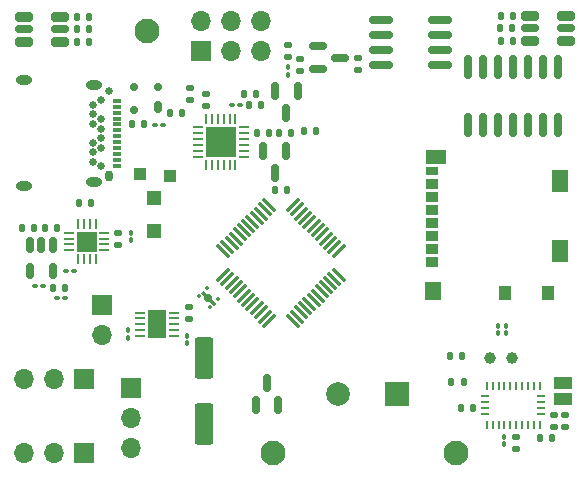
<source format=gbr>
%TF.GenerationSoftware,KiCad,Pcbnew,8.0.4*%
%TF.CreationDate,2024-11-08T09:04:55-08:00*%
%TF.ProjectId,Vanguard_new,56616e67-7561-4726-945f-6e65772e6b69,rev?*%
%TF.SameCoordinates,Original*%
%TF.FileFunction,Soldermask,Top*%
%TF.FilePolarity,Negative*%
%FSLAX46Y46*%
G04 Gerber Fmt 4.6, Leading zero omitted, Abs format (unit mm)*
G04 Created by KiCad (PCBNEW 8.0.4) date 2024-11-08 09:04:55*
%MOMM*%
%LPD*%
G01*
G04 APERTURE LIST*
G04 Aperture macros list*
%AMRoundRect*
0 Rectangle with rounded corners*
0 $1 Rounding radius*
0 $2 $3 $4 $5 $6 $7 $8 $9 X,Y pos of 4 corners*
0 Add a 4 corners polygon primitive as box body*
4,1,4,$2,$3,$4,$5,$6,$7,$8,$9,$2,$3,0*
0 Add four circle primitives for the rounded corners*
1,1,$1+$1,$2,$3*
1,1,$1+$1,$4,$5*
1,1,$1+$1,$6,$7*
1,1,$1+$1,$8,$9*
0 Add four rect primitives between the rounded corners*
20,1,$1+$1,$2,$3,$4,$5,0*
20,1,$1+$1,$4,$5,$6,$7,0*
20,1,$1+$1,$6,$7,$8,$9,0*
20,1,$1+$1,$8,$9,$2,$3,0*%
%AMFreePoly0*
4,1,13,0.320000,0.125000,0.700000,0.125000,0.700000,-0.125000,0.320000,-0.125000,0.200000,-0.350000,-0.200000,-0.350000,-0.320000,-0.125000,-0.850000,-0.125000,-0.850000,0.125000,-0.320000,0.125000,-0.200000,0.350000,0.200000,0.350000,0.320000,0.125000,0.320000,0.125000,$1*%
G04 Aperture macros list end*
%ADD10RoundRect,0.100000X0.100000X-0.130000X0.100000X0.130000X-0.100000X0.130000X-0.100000X-0.130000X0*%
%ADD11C,0.650000*%
%ADD12O,0.650000X0.950000*%
%ADD13R,0.700000X0.300000*%
%ADD14O,1.400000X0.800000*%
%ADD15RoundRect,0.135000X-0.185000X0.135000X-0.185000X-0.135000X0.185000X-0.135000X0.185000X0.135000X0*%
%ADD16RoundRect,0.150000X-0.825000X-0.150000X0.825000X-0.150000X0.825000X0.150000X-0.825000X0.150000X0*%
%ADD17C,2.100000*%
%ADD18RoundRect,0.135000X0.135000X0.185000X-0.135000X0.185000X-0.135000X-0.185000X0.135000X-0.185000X0*%
%ADD19RoundRect,0.100000X-0.130000X-0.100000X0.130000X-0.100000X0.130000X0.100000X-0.130000X0.100000X0*%
%ADD20R,1.000000X1.000000*%
%ADD21RoundRect,0.135000X0.185000X-0.135000X0.185000X0.135000X-0.185000X0.135000X-0.185000X-0.135000X0*%
%ADD22RoundRect,0.135000X-0.135000X-0.185000X0.135000X-0.185000X0.135000X0.185000X-0.135000X0.185000X0*%
%ADD23RoundRect,0.075000X-0.415425X-0.521491X0.521491X0.415425X0.415425X0.521491X-0.521491X-0.415425X0*%
%ADD24RoundRect,0.075000X0.415425X-0.521491X0.521491X-0.415425X-0.415425X0.521491X-0.521491X0.415425X0*%
%ADD25R,1.700000X1.700000*%
%ADD26O,1.700000X1.700000*%
%ADD27RoundRect,0.175000X0.175000X0.325000X-0.175000X0.325000X-0.175000X-0.325000X0.175000X-0.325000X0*%
%ADD28RoundRect,0.150000X0.200000X0.150000X-0.200000X0.150000X-0.200000X-0.150000X0.200000X-0.150000X0*%
%ADD29RoundRect,0.160000X-0.565000X-0.240000X0.565000X-0.240000X0.565000X0.240000X-0.565000X0.240000X0*%
%ADD30RoundRect,0.120000X-0.605000X-0.180000X0.605000X-0.180000X0.605000X0.180000X-0.605000X0.180000X0*%
%ADD31RoundRect,0.062500X0.123744X-0.035355X-0.035355X0.123744X-0.123744X0.035355X0.035355X-0.123744X0*%
%ADD32FreePoly0,135.000000*%
%ADD33R,0.254000X0.675000*%
%ADD34R,0.675000X0.254000*%
%ADD35RoundRect,0.150000X-0.150000X0.587500X-0.150000X-0.587500X0.150000X-0.587500X0.150000X0.587500X0*%
%ADD36R,1.100000X0.850000*%
%ADD37R,1.100000X0.750000*%
%ADD38R,1.000000X1.200000*%
%ADD39R,1.350000X1.550000*%
%ADD40R,1.350000X1.900000*%
%ADD41R,1.800000X1.170000*%
%ADD42RoundRect,0.100000X-0.100000X0.130000X-0.100000X-0.130000X0.100000X-0.130000X0.100000X0.130000X0*%
%ADD43RoundRect,0.062500X-0.062500X0.350000X-0.062500X-0.350000X0.062500X-0.350000X0.062500X0.350000X0*%
%ADD44RoundRect,0.062500X-0.350000X0.062500X-0.350000X-0.062500X0.350000X-0.062500X0.350000X0.062500X0*%
%ADD45C,1.000000*%
%ADD46RoundRect,0.150000X-0.150000X0.512500X-0.150000X-0.512500X0.150000X-0.512500X0.150000X0.512500X0*%
%ADD47R,1.500000X1.000000*%
%ADD48RoundRect,0.150000X-0.150000X0.825000X-0.150000X-0.825000X0.150000X-0.825000X0.150000X0.825000X0*%
%ADD49RoundRect,0.147500X-0.172500X0.147500X-0.172500X-0.147500X0.172500X-0.147500X0.172500X0.147500X0*%
%ADD50RoundRect,0.150000X-0.587500X-0.150000X0.587500X-0.150000X0.587500X0.150000X-0.587500X0.150000X0*%
%ADD51R,1.200000X1.200000*%
%ADD52RoundRect,0.150000X0.150000X-0.587500X0.150000X0.587500X-0.150000X0.587500X-0.150000X-0.587500X0*%
%ADD53RoundRect,0.160000X0.565000X0.240000X-0.565000X0.240000X-0.565000X-0.240000X0.565000X-0.240000X0*%
%ADD54RoundRect,0.120000X0.605000X0.180000X-0.605000X0.180000X-0.605000X-0.180000X0.605000X-0.180000X0*%
%ADD55RoundRect,0.062500X0.362500X0.062500X-0.362500X0.062500X-0.362500X-0.062500X0.362500X-0.062500X0*%
%ADD56R,1.650000X2.380000*%
%ADD57RoundRect,0.062500X0.062500X-0.350000X0.062500X0.350000X-0.062500X0.350000X-0.062500X-0.350000X0*%
%ADD58RoundRect,0.062500X0.350000X-0.062500X0.350000X0.062500X-0.350000X0.062500X-0.350000X-0.062500X0*%
%ADD59R,2.600000X2.600000*%
%ADD60R,2.000000X2.000000*%
%ADD61C,2.000000*%
%ADD62RoundRect,0.100000X0.130000X0.100000X-0.130000X0.100000X-0.130000X-0.100000X0.130000X-0.100000X0*%
%ADD63RoundRect,0.250000X-0.550000X1.500000X-0.550000X-1.500000X0.550000X-1.500000X0.550000X1.500000X0*%
G04 APERTURE END LIST*
D10*
%TO.C,D3*%
X166790000Y-99937500D03*
X166790000Y-99297500D03*
%TD*%
D11*
%TO.C,J1*%
X151590000Y-101317500D03*
D12*
X151590000Y-108517500D03*
D13*
X152250000Y-102167500D03*
X152250000Y-102667500D03*
X152250000Y-103167500D03*
X152250000Y-103667500D03*
X152250000Y-104167500D03*
X152250000Y-104667500D03*
X152250000Y-105167500D03*
X152250000Y-105667500D03*
X152250000Y-106167500D03*
X152250000Y-106667500D03*
X152250000Y-107167500D03*
X152250000Y-107667500D03*
D11*
X150940000Y-107717500D03*
X150240000Y-107317500D03*
X150240000Y-106517500D03*
X150940000Y-106117500D03*
X150240000Y-105717500D03*
X150940000Y-105317500D03*
X150940000Y-104517500D03*
X150240000Y-104117500D03*
X150940000Y-103717500D03*
X150240000Y-103317500D03*
X150240000Y-102517500D03*
X150940000Y-102117500D03*
D14*
X144390000Y-100427500D03*
X150340000Y-100787500D03*
X150340000Y-109047500D03*
X144390000Y-109407500D03*
%TD*%
D15*
%TO.C,R11*%
X159820000Y-101597500D03*
X159820000Y-102617500D03*
%TD*%
D16*
%TO.C,U3*%
X174670000Y-95280000D03*
X174670000Y-96550000D03*
X174670000Y-97820000D03*
X174670000Y-99090000D03*
X179620000Y-99090000D03*
X179620000Y-97820000D03*
X179620000Y-96550000D03*
X179620000Y-95280000D03*
%TD*%
D17*
%TO.C,REF\u002A\u002A*%
X154800000Y-96210000D03*
%TD*%
D18*
%TO.C,R27*%
X149940000Y-95060000D03*
X148920000Y-95060000D03*
%TD*%
D19*
%TO.C,D5*%
X147205000Y-118832500D03*
X147845000Y-118832500D03*
%TD*%
D20*
%TO.C,TP2*%
X154250000Y-108317500D03*
%TD*%
D21*
%TO.C,R13*%
X172660000Y-99527500D03*
X172660000Y-98507500D03*
%TD*%
D22*
%TO.C,R19*%
X188122500Y-130700000D03*
X189142500Y-130700000D03*
%TD*%
D18*
%TO.C,R16*%
X145285000Y-112952500D03*
X144265000Y-112952500D03*
%TD*%
%TO.C,R5*%
X165160000Y-104917500D03*
X164140000Y-104917500D03*
%TD*%
D23*
%TO.C,U2*%
X161282124Y-116888788D03*
X161635678Y-117242342D03*
X161989231Y-117595895D03*
X162342785Y-117949449D03*
X162696338Y-118303002D03*
X163049891Y-118656555D03*
X163403445Y-119010109D03*
X163756998Y-119363662D03*
X164110551Y-119717215D03*
X164464105Y-120070769D03*
X164817658Y-120424322D03*
X165171212Y-120777876D03*
D24*
X167168788Y-120777876D03*
X167522342Y-120424322D03*
X167875895Y-120070769D03*
X168229449Y-119717215D03*
X168583002Y-119363662D03*
X168936555Y-119010109D03*
X169290109Y-118656555D03*
X169643662Y-118303002D03*
X169997215Y-117949449D03*
X170350769Y-117595895D03*
X170704322Y-117242342D03*
X171057876Y-116888788D03*
D23*
X171057876Y-114891212D03*
X170704322Y-114537658D03*
X170350769Y-114184105D03*
X169997215Y-113830551D03*
X169643662Y-113476998D03*
X169290109Y-113123445D03*
X168936555Y-112769891D03*
X168583002Y-112416338D03*
X168229449Y-112062785D03*
X167875895Y-111709231D03*
X167522342Y-111355678D03*
X167168788Y-111002124D03*
D24*
X165171212Y-111002124D03*
X164817658Y-111355678D03*
X164464105Y-111709231D03*
X164110551Y-112062785D03*
X163756998Y-112416338D03*
X163403445Y-112769891D03*
X163049891Y-113123445D03*
X162696338Y-113476998D03*
X162342785Y-113830551D03*
X161989231Y-114184105D03*
X161635678Y-114537658D03*
X161282124Y-114891212D03*
%TD*%
D19*
%TO.C,D2*%
X162027500Y-102557500D03*
X162667500Y-102557500D03*
%TD*%
D22*
%TO.C,R21*%
X180610000Y-125950000D03*
X181630000Y-125950000D03*
%TD*%
%TO.C,R22*%
X180470000Y-123770000D03*
X181490000Y-123770000D03*
%TD*%
D25*
%TO.C,J2*%
X159365000Y-97962500D03*
D26*
X159365000Y-95422500D03*
X161905000Y-97962500D03*
X161905000Y-95422500D03*
X164445000Y-97962500D03*
X164445000Y-95422500D03*
%TD*%
D18*
%TO.C,R15*%
X147175000Y-112952500D03*
X146155000Y-112952500D03*
%TD*%
D27*
%TO.C,D1*%
X155720000Y-102727500D03*
D28*
X155720000Y-101027500D03*
X153720000Y-101027500D03*
X153720000Y-102927500D03*
%TD*%
D17*
%TO.C,REF\u002A\u002A*%
X165500000Y-132000000D03*
%TD*%
D29*
%TO.C,PORTSIDE_RGB1*%
X187230000Y-94980000D03*
D30*
X187230000Y-96030000D03*
D29*
X187230000Y-97080000D03*
X190280000Y-97080000D03*
D30*
X190280000Y-96030000D03*
D29*
X190280000Y-94980000D03*
%TD*%
D18*
%TO.C,R29*%
X185775000Y-96030000D03*
X184755000Y-96030000D03*
%TD*%
D25*
%TO.C,J7*%
X153460000Y-126440000D03*
D26*
X153460000Y-128980000D03*
X153460000Y-131520000D03*
%TD*%
D18*
%TO.C,R9*%
X164077500Y-101617500D03*
X163057500Y-101617500D03*
%TD*%
D31*
%TO.C,U5*%
X160153744Y-119650850D03*
D32*
X160030000Y-118820000D03*
D31*
X160860850Y-118943744D03*
X159906256Y-117989150D03*
X159199150Y-118696256D03*
%TD*%
D22*
%TO.C,R17*%
X146835000Y-117992500D03*
X147855000Y-117992500D03*
%TD*%
D33*
%TO.C,U6*%
X183592500Y-126267500D03*
D34*
X183455000Y-127180000D03*
X183455000Y-127680000D03*
X183455000Y-128180000D03*
X183455000Y-128680000D03*
D33*
X183592500Y-129592500D03*
X184092500Y-129592500D03*
X184592500Y-129592500D03*
X185092500Y-129592500D03*
X185592500Y-129592500D03*
X186092500Y-129592500D03*
X186592500Y-129592500D03*
X187092500Y-129592500D03*
X187592500Y-129592500D03*
X188092500Y-129592500D03*
D34*
X188230000Y-128680000D03*
X188230000Y-128180000D03*
X188230000Y-127680000D03*
X188230000Y-127180000D03*
D33*
X188092500Y-126267500D03*
X187592500Y-126267500D03*
X187092500Y-126267500D03*
X186592500Y-126267500D03*
X186092500Y-126267500D03*
X185592500Y-126267500D03*
X185092500Y-126267500D03*
X184592500Y-126267500D03*
X184092500Y-126267500D03*
%TD*%
D15*
%TO.C,R3*%
X166790000Y-97442500D03*
X166790000Y-98462500D03*
%TD*%
D10*
%TO.C,C3*%
X184522500Y-121857500D03*
X184522500Y-121217500D03*
%TD*%
D35*
%TO.C,Q3*%
X167582500Y-101350000D03*
X165682500Y-101350000D03*
X166632500Y-103225000D03*
%TD*%
D36*
%TO.C,J3*%
X178960000Y-115775000D03*
X178960000Y-114675000D03*
X178960000Y-113575000D03*
X178960000Y-112475000D03*
X178960000Y-111375000D03*
X178960000Y-110275000D03*
X178960000Y-109175000D03*
D37*
X178960000Y-108125000D03*
D38*
X185110000Y-118410000D03*
X188810000Y-118410000D03*
D39*
X179085000Y-118235000D03*
D40*
X189785000Y-114910000D03*
X189785000Y-108940000D03*
D41*
X179310000Y-106915000D03*
%TD*%
D42*
%TO.C,C9*%
X158207500Y-122065000D03*
X158207500Y-122705000D03*
%TD*%
D43*
%TO.C,U9*%
X150480000Y-112615000D03*
X149980000Y-112615000D03*
X149480000Y-112615000D03*
X148980000Y-112615000D03*
D44*
X148267500Y-113327500D03*
X148267500Y-113827500D03*
X148267500Y-114327500D03*
X148267500Y-114827500D03*
D43*
X148980000Y-115540000D03*
X149480000Y-115540000D03*
X149980000Y-115540000D03*
X150480000Y-115540000D03*
D44*
X151192500Y-114827500D03*
X151192500Y-114327500D03*
X151192500Y-113827500D03*
X151192500Y-113327500D03*
D25*
X149730000Y-114077500D03*
%TD*%
D15*
%TO.C,R14*%
X152335000Y-113342500D03*
X152335000Y-114362500D03*
%TD*%
D22*
%TO.C,R31*%
X153540000Y-104147500D03*
X154560000Y-104147500D03*
%TD*%
D18*
%TO.C,R26*%
X149940000Y-96120000D03*
X148920000Y-96120000D03*
%TD*%
D10*
%TO.C,C2*%
X185222500Y-121852500D03*
X185222500Y-121212500D03*
%TD*%
D45*
%TO.C,Y1*%
X185732500Y-123947500D03*
X183832500Y-123947500D03*
%TD*%
D18*
%TO.C,R6*%
X167040000Y-104907500D03*
X166020000Y-104907500D03*
%TD*%
D46*
%TO.C,U4*%
X146835000Y-114335000D03*
X145885000Y-114335000D03*
X144935000Y-114335000D03*
X144935000Y-116610000D03*
X146835000Y-116610000D03*
%TD*%
D18*
%TO.C,R30*%
X185785000Y-97080000D03*
X184765000Y-97080000D03*
%TD*%
D15*
%TO.C,R20*%
X189292500Y-128790000D03*
X189292500Y-129810000D03*
%TD*%
D22*
%TO.C,R24*%
X181412500Y-128190000D03*
X182432500Y-128190000D03*
%TD*%
D47*
%TO.C,ADR1*%
X190082500Y-126070000D03*
X190082500Y-127370000D03*
%TD*%
D42*
%TO.C,C8*%
X153197500Y-121575000D03*
X153197500Y-122215000D03*
%TD*%
D48*
%TO.C,U7*%
X189655000Y-99292500D03*
X188385000Y-99292500D03*
X187115000Y-99292500D03*
X185845000Y-99292500D03*
X184575000Y-99292500D03*
X183305000Y-99292500D03*
X182035000Y-99292500D03*
X182035000Y-104242500D03*
X183305000Y-104242500D03*
X184575000Y-104242500D03*
X185845000Y-104242500D03*
X187115000Y-104242500D03*
X188385000Y-104242500D03*
X189655000Y-104242500D03*
%TD*%
D49*
%TO.C,L1*%
X158350000Y-119625000D03*
X158350000Y-120595000D03*
%TD*%
D50*
%TO.C,Q2*%
X169312500Y-97555000D03*
X169312500Y-99455000D03*
X171187500Y-98505000D03*
%TD*%
D18*
%TO.C,R4*%
X164500000Y-102557500D03*
X163480000Y-102557500D03*
%TD*%
%TO.C,R12*%
X169110000Y-104707500D03*
X168090000Y-104707500D03*
%TD*%
D17*
%TO.C,REF\u002A\u002A*%
X181000000Y-132000000D03*
%TD*%
D15*
%TO.C,R10*%
X167770000Y-98617500D03*
X167770000Y-99637500D03*
%TD*%
D18*
%TO.C,R7*%
X166670000Y-109737500D03*
X165650000Y-109737500D03*
%TD*%
D25*
%TO.C,J6*%
X151037500Y-119480000D03*
D26*
X151037500Y-122020000D03*
%TD*%
D51*
%TO.C,D6*%
X155460000Y-113220000D03*
X155460000Y-110420000D03*
%TD*%
D35*
%TO.C,Q1*%
X166580000Y-106377500D03*
X164680000Y-106377500D03*
X165630000Y-108252500D03*
%TD*%
D52*
%TO.C,Q4*%
X164050000Y-127937500D03*
X165950000Y-127937500D03*
X165000000Y-126062500D03*
%TD*%
D22*
%TO.C,R1*%
X156760000Y-103177500D03*
X157780000Y-103177500D03*
%TD*%
%TO.C,R32*%
X149110000Y-110837500D03*
X150130000Y-110837500D03*
%TD*%
D21*
%TO.C,R23*%
X190232500Y-129810000D03*
X190232500Y-128790000D03*
%TD*%
D25*
%TO.C,J5*%
X149530000Y-131980000D03*
D26*
X146990000Y-131980000D03*
X144450000Y-131980000D03*
%TD*%
D53*
%TO.C,STARBOARD_RGB1*%
X147465000Y-97160000D03*
D54*
X147465000Y-96110000D03*
D53*
X147465000Y-95060000D03*
X144415000Y-95060000D03*
D54*
X144415000Y-96110000D03*
D53*
X144415000Y-97160000D03*
%TD*%
D18*
%TO.C,R25*%
X149930000Y-97160000D03*
X148910000Y-97160000D03*
%TD*%
D55*
%TO.C,U8*%
X157137500Y-122090000D03*
X157137500Y-121590000D03*
X157137500Y-121090000D03*
X157137500Y-120590000D03*
X157137500Y-120090000D03*
X154237500Y-120090000D03*
X154237500Y-120590000D03*
X154237500Y-121090000D03*
X154237500Y-121590000D03*
X154237500Y-122090000D03*
D56*
X155687500Y-121090000D03*
%TD*%
D57*
%TO.C,U1*%
X159820000Y-107585000D03*
X160320000Y-107585000D03*
X160820000Y-107585000D03*
X161320000Y-107585000D03*
X161820000Y-107585000D03*
X162320000Y-107585000D03*
D58*
X163007500Y-106897500D03*
X163007500Y-106397500D03*
X163007500Y-105897500D03*
X163007500Y-105397500D03*
X163007500Y-104897500D03*
X163007500Y-104397500D03*
D57*
X162320000Y-103710000D03*
X161820000Y-103710000D03*
X161320000Y-103710000D03*
X160820000Y-103710000D03*
X160320000Y-103710000D03*
X159820000Y-103710000D03*
D58*
X159132500Y-104397500D03*
X159132500Y-104897500D03*
X159132500Y-105397500D03*
X159132500Y-105897500D03*
X159132500Y-106397500D03*
X159132500Y-106897500D03*
D59*
X161070000Y-105647500D03*
%TD*%
D15*
%TO.C,R18*%
X186092500Y-130610000D03*
X186092500Y-131630000D03*
%TD*%
D20*
%TO.C,TP1*%
X156740000Y-108537500D03*
%TD*%
D25*
%TO.C,J4*%
X149500000Y-125730000D03*
D26*
X146960000Y-125730000D03*
X144420000Y-125730000D03*
%TD*%
D42*
%TO.C,C4*%
X153460000Y-113335000D03*
X153460000Y-113975000D03*
%TD*%
D19*
%TO.C,C1*%
X155545000Y-104220000D03*
X156185000Y-104220000D03*
%TD*%
D60*
%TO.C,BZ1*%
X176010785Y-126990000D03*
D61*
X171010785Y-126990000D03*
%TD*%
D62*
%TO.C,C6*%
X146025000Y-117882500D03*
X145385000Y-117882500D03*
%TD*%
D15*
%TO.C,R2*%
X158450000Y-101047500D03*
X158450000Y-102067500D03*
%TD*%
D42*
%TO.C,C7*%
X185092500Y-130590000D03*
X185092500Y-131230000D03*
%TD*%
D18*
%TO.C,R28*%
X185785000Y-94980000D03*
X184765000Y-94980000D03*
%TD*%
D19*
%TO.C,C5*%
X147975000Y-116572500D03*
X148615000Y-116572500D03*
%TD*%
D63*
%TO.C,C10*%
X159627500Y-123935000D03*
X159627500Y-129535000D03*
%TD*%
M02*

</source>
